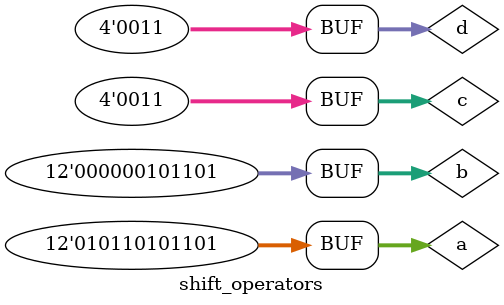
<source format=v>
module shift_operators();

    reg [11:0] a=12'b0101_1010_1101;            //12bit value unsigned
    reg [11:0] b;
    reg [3:0]  c=4'b0011; 
    reg [3:0]  d;

    //Procedure to continuously monitor a and b
    initial begin
      $monitor("MON a=%12b, b=%12b, c=%4b, d=%4b a=%0d, b=%0d, c=%0d, d=%0d", a,b,c,d,a,b,c,d);
    end

    //Procedure to generate stimulus
    initial begin
      b = a << 1;                               //Left shift implies multiply by 2
      #5;
      b=0;

      #5;   b = a*2;           
      #5;   d = c << 2;
      #10;  d = c;
      #5;   d = c << 3;
      #10;  d = c;
      #5;   d = c >> 1;
      #10;  d = c >> 3;
      #5;   d = c;                  
      #5;   b = a << 5;
      #5;   b = b >> 2;
      #5;   b = b >> 7;
      #5;   b = b << 1;
      #5;   b = (a << 1) >> 6; 
    end 

endmodule
</source>
